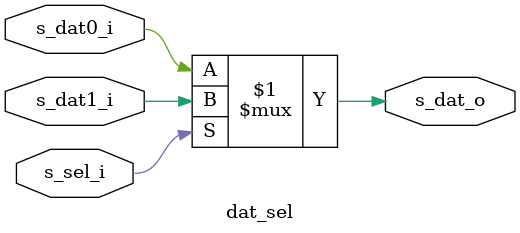
<source format=v>
module dat_sel (
    input      s_dat0_i      ,
    input      s_dat1_i      ,
    input      s_sel_i        ,
    output     s_dat_o
);
    assign		s_dat_o = s_sel_i?s_dat1_i:s_dat0_i;
endmodule

</source>
